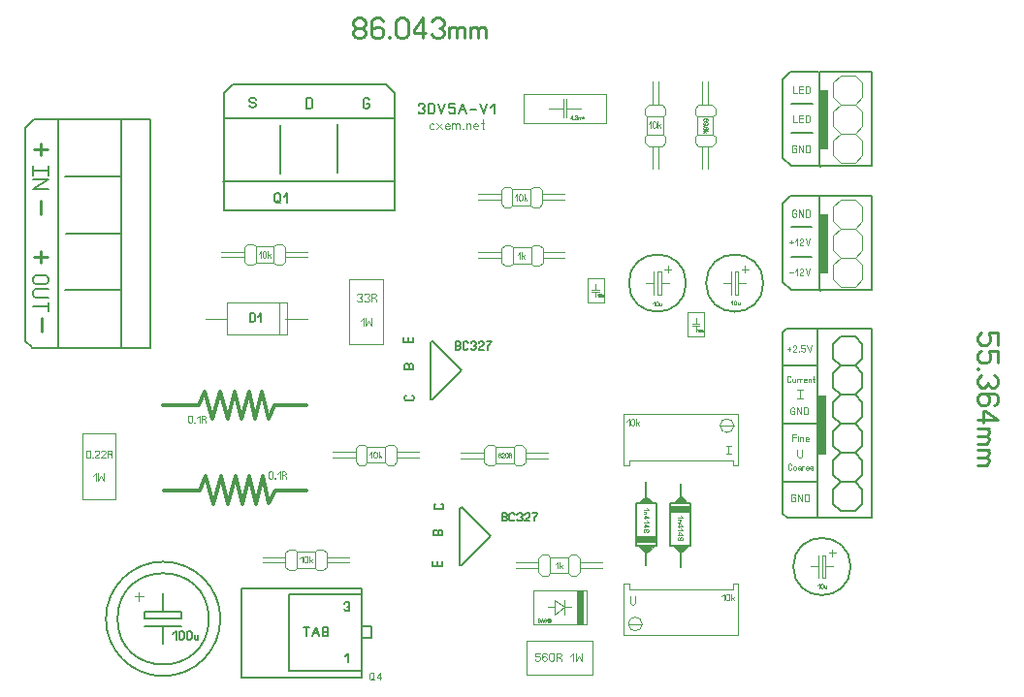
<source format=gbr>
%FSLAX34Y34*%
%MOMM*%
%LNSILK_TOP*%
G71*
G01*
%ADD10C, 0.10*%
%ADD11C, 0.20*%
%ADD12C, 0.00*%
%ADD13C, 0.22*%
%ADD14C, 0.09*%
%ADD15C, 0.16*%
%ADD16C, 0.04*%
%ADD17C, 0.07*%
%ADD18C, 0.14*%
%ADD19C, 0.13*%
%ADD20C, 0.08*%
%ADD21C, 0.11*%
%ADD22C, 0.17*%
%ADD23C, 0.24*%
%ADD24C, 0.30*%
%ADD25C, 0.06*%
%ADD26C, 0.02*%
%ADD27C, 0.03*%
%LPD*%
G54D10*
X1493764Y349346D02*
X1496764Y349346D01*
X1496764Y369346D01*
X1493764Y369346D01*
X1493764Y349346D01*
G54D10*
X1503764Y359346D02*
X1496764Y359346D01*
G54D10*
X1490764Y369346D02*
X1490764Y349346D01*
G54D10*
X1490764Y359346D02*
X1483764Y359346D01*
G54D10*
X1505764Y371346D02*
X1499764Y371346D01*
G54D10*
X1502764Y374346D02*
X1502764Y368346D01*
G54D11*
G75*
G01X1518763Y359346D02*
G03X1518763Y359346I-25000J0D01*
G01*
G54D11*
X1504607Y130000D02*
X1504607Y167306D01*
X1522863Y167306D01*
X1522863Y130000D01*
X1504607Y130000D01*
G54D10*
X1513338Y171275D02*
X1509370Y167306D01*
G54D10*
X1519689Y129206D02*
X1515720Y125238D01*
G54D10*
X1508570Y129206D02*
X1512539Y125237D01*
G54D10*
X1514920Y171275D02*
X1518888Y167306D01*
G36*
X1504632Y163394D02*
X1522832Y163394D01*
X1522832Y159394D01*
X1504632Y159394D01*
X1504632Y163394D01*
G37*
G54D12*
X1504632Y163394D02*
X1522832Y163394D01*
X1522832Y159394D01*
X1504632Y159394D01*
X1504632Y163394D01*
G54D11*
X1504632Y159394D02*
X1504632Y163394D01*
X1522832Y163394D01*
X1522832Y159394D01*
X1504632Y159394D01*
G54D11*
X1514132Y172069D02*
X1514132Y183975D01*
G54D11*
X1514132Y124444D02*
X1514132Y110950D01*
G54D10*
X1520482Y130000D02*
X1507782Y130000D01*
X1514132Y123650D01*
X1520482Y130000D01*
G36*
X1507732Y129994D02*
X1514132Y123594D01*
X1520432Y129994D01*
X1507732Y129994D01*
G37*
G54D12*
X1507732Y129994D02*
X1514132Y123594D01*
X1520432Y129994D01*
X1507732Y129994D01*
G54D10*
X1520432Y129994D02*
X1507732Y129994D01*
X1514132Y123594D01*
X1520432Y129994D01*
G36*
X1507732Y167494D02*
X1514132Y173794D01*
X1520432Y167494D01*
X1507732Y167494D01*
G37*
G54D12*
X1507732Y167494D02*
X1514132Y173794D01*
X1520432Y167494D01*
X1507732Y167494D01*
G54D10*
X1520432Y167494D02*
X1507732Y167494D01*
X1514132Y173794D01*
X1520432Y167494D01*
G54D11*
X1493108Y166826D02*
X1493108Y129520D01*
X1474852Y129520D01*
X1474852Y166826D01*
X1493108Y166826D01*
G54D10*
X1484377Y125551D02*
X1488346Y129520D01*
G54D10*
X1478027Y167620D02*
X1481996Y171588D01*
G54D10*
X1489146Y167620D02*
X1485177Y171589D01*
G54D10*
X1482795Y125551D02*
X1478827Y129520D01*
G36*
X1493083Y133432D02*
X1474883Y133432D01*
X1474883Y137432D01*
X1493083Y137432D01*
X1493083Y133432D01*
G37*
G54D12*
X1493083Y133432D02*
X1474883Y133432D01*
X1474883Y137432D01*
X1493083Y137432D01*
X1493083Y133432D01*
G54D11*
X1493083Y137432D02*
X1493083Y133432D01*
X1474883Y133432D01*
X1474883Y137432D01*
X1493083Y137432D01*
G54D11*
X1483583Y124757D02*
X1483583Y112851D01*
G54D11*
X1483583Y172382D02*
X1483583Y185876D01*
G54D10*
X1477233Y166826D02*
X1489933Y166826D01*
X1483583Y173176D01*
X1477233Y166826D01*
G36*
X1489983Y166832D02*
X1483583Y173232D01*
X1477283Y166832D01*
X1489983Y166832D01*
G37*
G54D12*
X1489983Y166832D02*
X1483583Y173232D01*
X1477283Y166832D01*
X1489983Y166832D01*
G54D10*
X1477283Y166832D02*
X1489983Y166832D01*
X1483583Y173232D01*
X1477283Y166832D01*
G36*
X1489983Y129332D02*
X1483583Y123032D01*
X1477283Y129332D01*
X1489983Y129332D01*
G37*
G54D12*
X1489983Y129332D02*
X1483583Y123032D01*
X1477283Y129332D01*
X1489983Y129332D01*
G54D10*
X1477283Y129332D02*
X1489983Y129332D01*
X1483583Y123032D01*
X1477283Y129332D01*
G54D10*
X1564483Y51611D02*
X1464483Y51611D01*
X1464483Y96611D01*
X1469482Y96611D01*
X1469482Y91611D01*
X1559483Y91611D01*
X1559482Y96611D01*
X1564482Y96611D01*
X1564483Y51611D01*
G54D10*
G75*
G01X1480441Y61605D02*
G03X1480441Y61605I-6000J0D01*
G01*
G54D10*
X1468451Y61611D02*
X1480117Y61611D01*
G54D10*
X1357503Y377551D02*
X1357503Y389551D01*
X1360503Y392551D01*
X1365503Y392551D01*
X1367503Y390551D01*
X1383503Y390551D01*
X1385503Y392551D01*
X1390503Y392551D01*
X1393503Y389551D01*
X1393503Y377551D01*
X1390503Y374551D01*
X1385503Y374551D01*
X1383503Y376551D01*
X1367503Y376551D01*
X1365503Y374551D01*
X1360503Y374551D01*
X1357503Y377551D01*
G54D10*
X1367503Y390551D02*
X1367503Y376551D01*
G54D10*
X1383503Y390551D02*
X1383503Y376551D01*
G54D10*
X1393503Y386051D02*
X1412909Y386051D01*
G54D10*
X1412909Y381051D02*
X1393503Y381051D01*
G54D10*
X1337303Y386051D02*
X1357503Y386051D01*
G54D10*
X1337303Y381051D02*
X1357503Y381051D01*
G54D10*
X1168987Y111645D02*
X1168988Y123645D01*
X1171987Y126645D01*
X1176987Y126645D01*
X1178987Y124645D01*
X1194988Y124645D01*
X1196987Y126645D01*
X1201987Y126645D01*
X1204988Y123645D01*
X1204988Y111645D01*
X1201987Y108645D01*
X1196987Y108645D01*
X1194987Y110645D01*
X1178987Y110645D01*
X1176988Y108645D01*
X1171987Y108645D01*
X1168987Y111645D01*
G54D10*
X1178987Y124645D02*
X1178987Y110645D01*
G54D10*
X1194988Y124645D02*
X1194987Y110645D01*
G54D10*
X1204987Y120145D02*
X1224394Y120145D01*
G54D10*
X1224394Y115145D02*
X1204988Y115145D01*
G54D10*
X1148787Y120145D02*
X1168988Y120145D01*
G54D10*
X1148787Y115145D02*
X1168987Y115145D01*
G54D10*
X1132872Y378345D02*
X1132872Y390345D01*
X1135872Y393345D01*
X1140872Y393345D01*
X1142872Y391345D01*
X1158872Y391345D01*
X1160872Y393345D01*
X1165872Y393345D01*
X1168872Y390345D01*
X1168872Y378345D01*
X1165872Y375345D01*
X1160872Y375345D01*
X1158872Y377345D01*
X1142872Y377345D01*
X1140872Y375345D01*
X1135872Y375345D01*
X1132872Y378345D01*
G54D10*
X1142872Y391345D02*
X1142872Y377345D01*
G54D10*
X1158872Y391345D02*
X1158872Y377345D01*
G54D10*
X1168872Y386845D02*
X1188278Y386845D01*
G54D10*
X1188278Y381845D02*
X1168872Y381845D01*
G54D10*
X1112672Y386845D02*
X1132872Y386845D01*
G54D10*
X1112672Y381845D02*
X1132872Y381845D01*
G54D10*
X1170291Y342047D02*
X1118191Y342047D01*
X1118191Y314647D01*
X1170291Y314647D01*
X1170291Y342047D01*
G54D10*
X1163891Y314647D02*
X1163891Y342047D01*
G54D10*
X1099191Y328347D02*
X1118241Y328347D01*
G54D10*
X1188091Y328346D02*
X1169041Y328347D01*
G54D10*
X1020783Y170705D02*
X1020783Y228105D01*
X991383Y228105D01*
X991383Y170705D01*
X1020783Y170705D01*
G54D13*
X1237645Y583261D02*
X1234978Y582150D01*
X1232312Y582150D01*
X1229645Y583261D01*
X1228312Y585484D01*
X1228312Y587706D01*
X1229645Y589928D01*
X1232312Y591039D01*
X1234978Y591039D01*
X1237645Y589928D01*
X1238978Y587706D01*
X1238978Y585484D01*
X1237645Y583261D01*
G54D13*
X1234978Y582150D02*
X1237645Y581039D01*
X1238978Y578817D01*
X1238978Y576595D01*
X1237645Y574373D01*
X1234978Y573261D01*
X1232312Y573261D01*
X1229645Y574373D01*
X1228312Y576595D01*
X1228312Y578817D01*
X1229645Y581039D01*
X1232312Y582150D01*
G54D13*
X1254534Y587706D02*
X1253201Y589928D01*
X1250534Y591039D01*
X1247868Y591039D01*
X1245201Y589928D01*
X1243868Y587706D01*
X1243868Y582150D01*
X1243868Y581039D01*
X1247868Y583261D01*
X1250534Y583261D01*
X1253201Y582150D01*
X1254534Y579928D01*
X1254534Y576595D01*
X1253201Y574373D01*
X1250534Y573261D01*
X1247868Y573261D01*
X1245201Y574373D01*
X1243868Y576595D01*
X1243868Y582150D01*
G54D13*
X1259424Y574150D02*
X1259424Y573261D01*
X1260490Y573261D01*
X1260490Y574150D01*
X1259424Y574150D01*
G54D13*
X1274713Y589928D02*
X1276046Y587706D01*
X1276046Y576595D01*
X1274713Y574373D01*
X1272046Y573261D01*
X1269380Y573261D01*
X1266713Y574373D01*
X1265380Y576595D01*
X1265380Y587706D01*
X1266713Y589928D01*
X1269380Y591039D01*
X1272046Y591039D01*
X1274713Y589928D01*
G54D13*
X1288936Y573261D02*
X1288936Y591039D01*
X1280936Y579928D01*
X1280936Y577706D01*
X1291602Y577706D01*
G54D13*
X1296492Y587706D02*
X1297825Y589928D01*
X1300492Y591039D01*
X1303158Y591039D01*
X1305825Y589928D01*
X1307158Y587706D01*
X1307158Y585484D01*
X1305825Y583261D01*
X1303158Y582150D01*
X1305825Y581039D01*
X1307158Y578817D01*
X1307158Y576595D01*
X1305825Y574373D01*
X1303158Y573261D01*
X1300492Y573261D01*
X1297825Y574373D01*
X1296492Y576595D01*
G54D13*
X1312048Y573261D02*
X1312048Y583261D01*
G54D13*
X1312048Y581484D02*
X1314714Y583261D01*
X1317381Y582595D01*
X1318714Y581039D01*
X1318714Y573261D01*
G54D13*
X1318714Y581484D02*
X1321381Y583261D01*
X1324048Y582595D01*
X1325381Y581039D01*
X1325381Y573261D01*
G54D13*
X1330270Y573261D02*
X1330270Y583261D01*
G54D13*
X1330270Y581484D02*
X1332936Y583261D01*
X1335603Y582595D01*
X1336936Y581039D01*
X1336936Y573261D01*
G54D13*
X1336936Y581484D02*
X1339603Y583261D01*
X1342270Y582595D01*
X1343603Y581039D01*
X1343603Y573261D01*
G54D13*
X1791223Y305197D02*
X1791223Y315863D01*
X1783445Y315863D01*
X1783445Y314530D01*
X1784556Y311863D01*
X1784556Y309197D01*
X1783445Y306530D01*
X1781223Y305197D01*
X1776779Y305197D01*
X1774556Y306530D01*
X1773445Y309197D01*
X1773445Y311863D01*
X1774556Y314530D01*
X1776779Y315863D01*
G54D13*
X1791223Y289641D02*
X1791223Y300307D01*
X1783445Y300307D01*
X1783445Y298974D01*
X1784556Y296307D01*
X1784556Y293641D01*
X1783445Y290974D01*
X1781223Y289641D01*
X1776779Y289641D01*
X1774556Y290974D01*
X1773445Y293641D01*
X1773445Y296307D01*
X1774556Y298974D01*
X1776779Y300307D01*
G54D13*
X1774334Y284751D02*
X1773445Y284751D01*
X1773445Y283685D01*
X1774334Y283685D01*
X1774334Y284751D01*
G54D13*
X1787890Y278795D02*
X1790112Y277462D01*
X1791223Y274795D01*
X1791223Y272129D01*
X1790112Y269462D01*
X1787890Y268129D01*
X1785667Y268129D01*
X1783445Y269462D01*
X1782334Y272129D01*
X1781223Y269462D01*
X1779001Y268129D01*
X1776779Y268129D01*
X1774556Y269462D01*
X1773445Y272129D01*
X1773445Y274795D01*
X1774556Y277462D01*
X1776779Y278795D01*
G54D13*
X1787890Y252573D02*
X1790112Y253906D01*
X1791223Y256573D01*
X1791223Y259239D01*
X1790112Y261906D01*
X1787890Y263239D01*
X1782334Y263239D01*
X1781223Y263239D01*
X1783445Y259239D01*
X1783445Y256573D01*
X1782334Y253906D01*
X1780112Y252573D01*
X1776779Y252573D01*
X1774556Y253906D01*
X1773445Y256573D01*
X1773445Y259239D01*
X1774556Y261906D01*
X1776779Y263239D01*
X1782334Y263239D01*
G54D13*
X1773445Y239683D02*
X1791223Y239683D01*
X1780112Y247683D01*
X1777889Y247683D01*
X1777889Y237017D01*
G54D13*
X1773445Y232127D02*
X1783445Y232127D01*
G54D13*
X1781667Y232127D02*
X1783445Y229461D01*
X1782779Y226794D01*
X1781223Y225461D01*
X1773445Y225461D01*
G54D13*
X1781667Y225461D02*
X1783445Y222794D01*
X1782779Y220127D01*
X1781223Y218794D01*
X1773445Y218794D01*
G54D13*
X1773445Y213905D02*
X1783445Y213905D01*
G54D13*
X1781667Y213905D02*
X1783445Y211239D01*
X1782779Y208572D01*
X1781223Y207239D01*
X1773445Y207239D01*
G54D13*
X1781667Y207239D02*
X1783445Y204572D01*
X1782779Y201905D01*
X1781223Y200572D01*
X1773445Y200572D01*
G54D10*
X1561233Y349346D02*
X1564233Y349346D01*
X1564233Y369346D01*
X1561233Y369346D01*
X1561233Y349346D01*
G54D10*
X1571233Y359346D02*
X1564233Y359346D01*
G54D10*
X1558233Y369346D02*
X1558233Y349346D01*
G54D10*
X1558233Y359346D02*
X1551233Y359346D01*
G54D10*
X1573233Y371346D02*
X1567233Y371346D01*
G54D10*
X1570233Y374346D02*
X1570233Y368346D01*
G54D11*
G75*
G01X1586233Y359346D02*
G03X1586233Y359346I-25000J0D01*
G01*
G54D14*
X1553712Y217058D02*
X1557979Y217058D01*
G54D14*
X1555845Y217058D02*
X1555845Y209947D01*
G54D14*
X1553712Y209947D02*
X1557979Y209947D01*
G54D14*
X1474414Y85489D02*
X1474414Y79711D01*
X1473880Y78822D01*
X1472814Y78377D01*
X1471747Y78377D01*
X1470680Y78822D01*
X1470147Y79711D01*
X1470147Y85489D01*
G54D11*
X1115218Y503430D02*
X1115218Y525242D01*
X1122783Y532807D01*
X1256927Y532807D01*
X1264467Y525266D01*
X1264467Y503453D01*
X1264443Y503429D01*
X1115218Y503430D01*
X1115218Y423261D01*
X1264444Y423262D01*
X1264443Y503429D01*
G54D11*
X1114424Y448662D02*
X1264444Y448662D01*
X1264444Y448662D01*
X1114424Y448662D01*
X1114424Y448662D01*
G54D11*
X1214437Y455805D02*
X1214437Y497873D01*
X1214437Y455805D01*
X1214437Y455805D01*
G54D11*
X1214437Y497873D02*
X1214437Y497873D01*
G54D11*
X1164430Y455011D02*
X1164430Y497080D01*
X1164430Y455011D01*
X1164430Y455011D01*
G54D11*
X1164430Y497080D02*
X1164430Y497080D01*
G54D15*
X1239576Y516216D02*
X1242243Y516216D01*
X1242243Y513439D01*
X1241576Y512327D01*
X1240243Y511772D01*
X1238909Y511772D01*
X1237576Y512327D01*
X1236909Y513439D01*
X1236909Y518994D01*
X1237576Y520105D01*
X1238909Y520661D01*
X1240243Y520661D01*
X1241576Y520105D01*
X1242243Y518994D01*
G54D15*
X1190633Y511771D02*
X1187300Y511772D01*
X1187299Y520661D01*
X1190633Y520661D01*
X1191966Y520105D01*
X1192633Y518994D01*
X1192633Y513439D01*
X1191966Y512327D01*
X1190633Y511771D01*
G54D15*
X1137690Y514232D02*
X1138357Y513121D01*
X1139690Y512566D01*
X1141023Y512566D01*
X1142357Y513121D01*
X1143023Y514232D01*
X1143023Y515343D01*
X1142357Y516455D01*
X1141023Y517010D01*
X1139690Y517010D01*
X1138357Y517566D01*
X1137690Y518677D01*
X1137690Y519788D01*
X1138357Y520899D01*
X1139690Y521455D01*
X1141023Y521455D01*
X1142357Y520899D01*
X1143023Y519788D01*
G54D10*
X1485787Y515058D02*
X1497788Y515057D01*
X1500788Y512058D01*
X1500787Y507058D01*
X1498788Y505058D01*
X1498788Y489057D01*
X1500787Y487058D01*
X1500788Y482058D01*
X1497788Y479057D01*
X1485788Y479057D01*
X1482788Y482058D01*
X1482787Y487058D01*
X1484788Y489058D01*
X1484788Y505058D01*
X1482788Y507057D01*
X1482787Y512058D01*
X1485787Y515058D01*
G54D10*
X1498788Y505058D02*
X1484788Y505058D01*
G54D10*
X1498788Y489057D02*
X1484788Y489058D01*
G54D10*
X1494287Y479058D02*
X1494288Y459651D01*
G54D10*
X1489287Y459651D02*
X1489287Y479057D01*
G54D10*
X1494287Y535258D02*
X1494288Y515057D01*
G54D10*
X1489287Y535258D02*
X1489288Y515058D01*
G54D16*
X1418936Y502221D02*
X1418936Y505776D01*
X1417336Y503554D01*
X1417336Y503110D01*
X1419470Y503110D01*
G54D16*
X1420447Y502399D02*
X1420447Y502221D01*
X1420661Y502221D01*
X1420661Y502399D01*
X1420447Y502399D01*
G54D16*
X1421638Y505110D02*
X1421905Y505554D01*
X1422438Y505776D01*
X1422972Y505776D01*
X1423505Y505554D01*
X1423772Y505110D01*
X1423772Y504665D01*
X1423505Y504221D01*
X1422972Y503999D01*
X1423505Y503776D01*
X1423772Y503332D01*
X1423772Y502888D01*
X1423505Y502443D01*
X1422972Y502221D01*
X1422438Y502221D01*
X1421905Y502443D01*
X1421638Y502888D01*
G54D16*
X1424749Y502221D02*
X1424749Y504221D01*
G54D16*
X1424749Y503776D02*
X1425016Y504088D01*
X1425549Y504221D01*
X1426083Y504088D01*
X1426349Y503776D01*
X1426349Y502221D01*
G54D16*
X1427327Y503776D02*
X1429461Y503776D01*
G54D16*
X1428394Y504665D02*
X1428394Y502888D01*
G54D16*
X1427594Y504443D02*
X1429194Y503110D01*
G54D16*
X1427594Y503110D02*
X1429194Y504443D01*
G54D10*
X1357075Y428355D02*
X1357075Y440355D01*
X1360075Y443355D01*
X1365075Y443355D01*
X1367075Y441355D01*
X1383076Y441355D01*
X1385075Y443355D01*
X1390075Y443355D01*
X1393075Y440355D01*
X1393075Y428355D01*
X1390075Y425355D01*
X1385075Y425355D01*
X1383075Y427355D01*
X1367075Y427355D01*
X1365075Y425355D01*
X1360075Y425355D01*
X1357075Y428355D01*
G54D10*
X1367075Y441355D02*
X1367075Y427355D01*
G54D10*
X1383076Y441355D02*
X1383075Y427355D01*
G54D10*
X1393075Y436855D02*
X1412481Y436855D01*
G54D10*
X1412481Y431855D02*
X1393075Y431855D01*
G54D10*
X1336875Y436855D02*
X1357075Y436855D01*
G54D10*
X1336875Y431855D02*
X1357075Y431855D01*
G54D17*
X1369315Y434910D02*
X1371315Y436910D01*
X1371315Y431577D01*
G54D17*
X1375581Y436577D02*
X1375981Y435910D01*
X1375981Y432577D01*
X1375581Y431910D01*
X1374781Y431577D01*
X1373981Y431577D01*
X1373181Y431910D01*
X1372781Y432577D01*
X1372781Y435910D01*
X1373181Y436577D01*
X1373981Y436910D01*
X1374781Y436910D01*
X1375581Y436577D01*
G54D17*
X1377449Y431577D02*
X1377449Y436910D01*
G54D17*
X1378649Y433577D02*
X1379849Y431577D01*
G54D17*
X1377449Y432910D02*
X1379849Y434577D01*
G54D17*
X1371696Y384111D02*
X1373696Y386111D01*
X1373696Y380777D01*
G54D17*
X1375163Y380777D02*
X1375163Y386111D01*
G54D17*
X1376363Y382777D02*
X1377563Y380777D01*
G54D17*
X1375163Y382111D02*
X1377563Y383777D01*
G54D17*
X1145477Y384904D02*
X1147477Y386904D01*
X1147477Y381571D01*
G54D17*
X1151744Y386571D02*
X1152144Y385904D01*
X1152144Y382571D01*
X1151744Y381904D01*
X1150944Y381571D01*
X1150144Y381571D01*
X1149344Y381904D01*
X1148944Y382571D01*
X1148944Y385904D01*
X1149344Y386571D01*
X1150144Y386904D01*
X1150944Y386904D01*
X1151744Y386571D01*
G54D17*
X1153611Y381571D02*
X1153611Y386904D01*
G54D17*
X1154811Y383571D02*
X1156011Y381571D01*
G54D17*
X1153611Y382904D02*
X1156011Y384571D01*
G54D10*
X1637380Y101748D02*
X1640380Y101748D01*
X1640380Y121748D01*
X1637380Y121748D01*
X1637380Y101748D01*
G54D10*
X1647380Y111748D02*
X1640380Y111748D01*
G54D10*
X1634380Y121748D02*
X1634380Y101748D01*
G54D10*
X1634380Y111748D02*
X1627380Y111748D01*
G54D10*
X1649380Y123748D02*
X1643380Y123748D01*
G54D10*
X1646380Y126748D02*
X1646380Y120748D01*
G54D11*
G75*
G01X1662380Y111749D02*
G03X1662380Y111749I-25000J0D01*
G01*
G54D10*
X1448771Y524843D02*
X1377171Y524843D01*
X1377171Y499443D01*
X1448771Y499443D01*
X1448771Y524843D01*
G54D10*
X1411371Y520143D02*
X1411371Y504143D01*
G54D10*
X1414571Y520143D02*
X1414571Y504143D01*
G54D10*
X1398671Y512143D02*
X1411371Y512143D01*
G54D10*
X1414571Y512143D02*
X1427271Y512143D01*
G54D11*
X1295937Y258026D02*
X1295937Y307426D01*
X1297137Y308626D01*
X1322537Y283225D01*
X1297137Y257826D01*
G54D18*
X1272623Y287139D02*
X1272623Y284140D01*
X1280623Y284140D01*
X1280623Y287139D01*
X1280123Y288340D01*
X1279123Y288940D01*
X1278123Y288940D01*
X1277123Y288340D01*
X1276623Y287140D01*
X1276123Y288340D01*
X1275123Y288940D01*
X1274123Y288940D01*
X1273123Y288340D01*
X1272623Y287139D01*
G54D18*
X1276623Y284140D02*
X1276623Y287140D01*
G54D18*
X1272226Y312158D02*
X1272226Y307958D01*
X1280226Y307958D01*
X1280226Y312158D01*
G54D18*
X1276226Y307958D02*
X1276226Y312158D01*
G54D18*
X1274529Y261349D02*
X1273529Y260749D01*
X1273029Y259549D01*
X1273029Y258349D01*
X1273529Y257149D01*
X1274529Y256549D01*
X1279529Y256549D01*
X1280529Y257149D01*
X1281029Y258349D01*
X1281029Y259549D01*
X1280529Y260749D01*
X1279529Y261349D01*
G54D19*
X1320017Y301139D02*
X1317351Y301139D01*
X1317351Y308250D01*
X1320017Y308250D01*
X1321084Y307805D01*
X1321617Y306917D01*
X1321617Y306028D01*
X1321084Y305139D01*
X1320017Y304694D01*
X1321084Y304250D01*
X1321617Y303361D01*
X1321617Y302472D01*
X1321084Y301583D01*
X1320017Y301139D01*
G54D19*
X1317351Y304694D02*
X1320017Y304694D01*
G54D19*
X1328373Y302472D02*
X1327840Y301583D01*
X1326773Y301139D01*
X1325707Y301139D01*
X1324640Y301583D01*
X1324107Y302472D01*
X1324107Y306917D01*
X1324640Y307805D01*
X1325707Y308250D01*
X1326773Y308250D01*
X1327840Y307805D01*
X1328373Y306917D01*
G54D19*
X1330863Y306917D02*
X1331396Y307805D01*
X1332463Y308250D01*
X1333529Y308250D01*
X1334596Y307805D01*
X1335129Y306917D01*
X1335129Y306028D01*
X1334596Y305139D01*
X1333529Y304694D01*
X1334596Y304250D01*
X1335129Y303361D01*
X1335129Y302472D01*
X1334596Y301583D01*
X1333529Y301139D01*
X1332463Y301139D01*
X1331396Y301583D01*
X1330863Y302472D01*
G54D19*
X1341885Y301139D02*
X1337619Y301139D01*
X1337619Y301583D01*
X1338152Y302472D01*
X1341352Y305139D01*
X1341885Y306028D01*
X1341885Y306917D01*
X1341352Y307805D01*
X1340285Y308250D01*
X1339219Y308250D01*
X1338152Y307805D01*
X1337619Y306917D01*
G54D19*
X1344375Y308250D02*
X1348641Y308250D01*
X1348108Y307361D01*
X1347041Y306028D01*
X1345975Y304250D01*
X1345441Y302917D01*
X1345441Y301139D01*
G54D11*
X1321337Y112769D02*
X1321337Y162169D01*
X1322537Y163369D01*
X1347937Y137969D01*
X1322537Y112569D01*
G54D18*
X1298023Y141883D02*
X1298023Y138883D01*
X1306023Y138883D01*
X1306023Y141883D01*
X1305523Y143083D01*
X1304523Y143683D01*
X1303523Y143683D01*
X1302523Y143083D01*
X1302023Y141883D01*
X1301523Y143083D01*
X1300523Y143683D01*
X1299523Y143684D01*
X1298523Y143083D01*
X1298023Y141883D01*
G54D18*
X1302023Y138883D02*
X1302023Y141883D01*
G54D18*
X1297626Y116499D02*
X1297626Y112299D01*
X1305626Y112299D01*
X1305626Y116499D01*
G54D18*
X1301626Y112299D02*
X1301626Y116499D01*
G54D18*
X1300326Y166496D02*
X1299326Y165896D01*
X1298826Y164696D01*
X1298826Y163496D01*
X1299326Y162296D01*
X1300326Y161696D01*
X1305326Y161696D01*
X1306326Y162296D01*
X1306826Y163496D01*
X1306826Y164696D01*
X1306326Y165896D01*
X1305326Y166496D01*
G54D19*
X1360574Y151502D02*
X1357907Y151502D01*
X1357907Y158613D01*
X1360574Y158613D01*
X1361640Y158168D01*
X1362174Y157279D01*
X1362174Y156391D01*
X1361640Y155502D01*
X1360574Y155057D01*
X1361640Y154613D01*
X1362174Y153724D01*
X1362174Y152835D01*
X1361640Y151946D01*
X1360574Y151502D01*
G54D19*
X1357907Y155057D02*
X1360574Y155057D01*
G54D19*
X1368930Y152835D02*
X1368396Y151946D01*
X1367330Y151502D01*
X1366263Y151502D01*
X1365196Y151946D01*
X1364663Y152835D01*
X1364663Y157279D01*
X1365196Y158168D01*
X1366263Y158613D01*
X1367330Y158613D01*
X1368396Y158168D01*
X1368930Y157279D01*
G54D19*
X1371419Y157279D02*
X1371952Y158168D01*
X1373019Y158613D01*
X1374086Y158613D01*
X1375152Y158168D01*
X1375686Y157279D01*
X1375686Y156391D01*
X1375152Y155502D01*
X1374086Y155057D01*
X1375152Y154613D01*
X1375686Y153724D01*
X1375686Y152835D01*
X1375152Y151946D01*
X1374086Y151502D01*
X1373019Y151502D01*
X1371952Y151946D01*
X1371419Y152835D01*
G54D19*
X1382442Y151502D02*
X1378175Y151502D01*
X1378175Y151946D01*
X1378708Y152835D01*
X1381908Y155502D01*
X1382442Y156391D01*
X1382442Y157279D01*
X1381908Y158168D01*
X1380842Y158613D01*
X1379775Y158613D01*
X1378708Y158168D01*
X1378175Y157279D01*
G54D19*
X1384931Y158613D02*
X1389198Y158613D01*
X1388664Y157724D01*
X1387598Y156391D01*
X1386531Y154613D01*
X1385998Y153279D01*
X1385998Y151502D01*
G54D17*
X1485996Y498410D02*
X1487996Y500410D01*
X1487996Y495077D01*
G54D17*
X1492263Y500077D02*
X1492663Y499410D01*
X1492663Y496077D01*
X1492263Y495410D01*
X1491463Y495077D01*
X1490663Y495077D01*
X1489863Y495410D01*
X1489463Y496077D01*
X1489463Y499410D01*
X1489863Y500077D01*
X1490663Y500410D01*
X1491463Y500410D01*
X1492263Y500077D01*
G54D17*
X1494130Y495077D02*
X1494130Y500410D01*
G54D17*
X1495330Y497077D02*
X1496530Y495077D01*
G54D17*
X1494130Y496410D02*
X1496530Y498077D01*
G54D16*
X1356497Y209343D02*
X1355963Y209121D01*
X1355430Y209121D01*
X1354897Y209343D01*
X1354630Y209787D01*
X1354630Y210232D01*
X1354897Y210676D01*
X1355430Y210898D01*
X1355963Y210898D01*
X1356497Y210676D01*
X1356763Y210232D01*
X1356763Y209787D01*
X1356497Y209343D01*
G54D16*
X1355963Y209121D02*
X1356497Y208898D01*
X1356763Y208454D01*
X1356763Y208009D01*
X1356497Y207565D01*
X1355963Y207343D01*
X1355430Y207343D01*
X1354897Y207565D01*
X1354630Y208009D01*
X1354630Y208454D01*
X1354897Y208898D01*
X1355430Y209121D01*
G54D16*
X1359874Y207343D02*
X1357741Y207343D01*
X1357741Y207565D01*
X1358008Y208009D01*
X1359608Y209343D01*
X1359874Y209787D01*
X1359874Y210232D01*
X1359608Y210676D01*
X1359075Y210898D01*
X1358541Y210898D01*
X1358008Y210676D01*
X1357741Y210232D01*
G54D16*
X1362719Y210676D02*
X1362985Y210232D01*
X1362985Y208009D01*
X1362719Y207565D01*
X1362185Y207343D01*
X1361652Y207343D01*
X1361119Y207565D01*
X1360852Y208009D01*
X1360852Y210232D01*
X1361119Y210676D01*
X1361652Y210898D01*
X1362185Y210898D01*
X1362719Y210676D01*
G54D16*
X1365030Y209121D02*
X1365830Y208676D01*
X1366096Y208232D01*
X1366096Y207343D01*
G54D16*
X1363963Y207343D02*
X1363963Y210898D01*
X1365296Y210898D01*
X1365830Y210676D01*
X1366096Y210232D01*
X1366096Y209787D01*
X1365830Y209343D01*
X1365296Y209121D01*
X1363963Y209121D01*
G54D14*
X1391044Y36257D02*
X1386777Y36257D01*
X1386777Y33146D01*
X1387310Y33146D01*
X1388377Y33590D01*
X1389444Y33590D01*
X1390510Y33146D01*
X1391044Y32257D01*
X1391044Y30479D01*
X1390510Y29590D01*
X1389444Y29146D01*
X1388377Y29146D01*
X1387310Y29590D01*
X1386777Y30479D01*
G54D14*
X1397267Y34924D02*
X1396733Y35813D01*
X1395667Y36257D01*
X1394600Y36257D01*
X1393533Y35813D01*
X1393000Y34924D01*
X1393000Y32701D01*
X1393000Y32257D01*
X1394600Y33146D01*
X1395667Y33146D01*
X1396733Y32701D01*
X1397267Y31813D01*
X1397267Y30479D01*
X1396733Y29590D01*
X1395667Y29146D01*
X1394600Y29146D01*
X1393533Y29590D01*
X1393000Y30479D01*
X1393000Y32701D01*
G54D14*
X1402956Y35813D02*
X1403490Y34924D01*
X1403490Y30479D01*
X1402956Y29590D01*
X1401890Y29146D01*
X1400823Y29146D01*
X1399756Y29590D01*
X1399223Y30479D01*
X1399223Y34924D01*
X1399756Y35813D01*
X1400823Y36257D01*
X1401890Y36257D01*
X1402956Y35813D01*
G54D14*
X1407579Y32701D02*
X1409179Y31813D01*
X1409713Y30924D01*
X1409713Y29146D01*
G54D14*
X1405446Y29146D02*
X1405446Y36257D01*
X1408113Y36257D01*
X1409179Y35813D01*
X1409713Y34924D01*
X1409713Y34035D01*
X1409179Y33146D01*
X1408113Y32701D01*
X1405446Y32701D01*
G54D17*
X1181593Y118601D02*
X1183593Y120601D01*
X1183593Y115268D01*
G54D17*
X1187860Y120268D02*
X1188260Y119601D01*
X1188260Y116268D01*
X1187860Y115601D01*
X1187060Y115268D01*
X1186260Y115268D01*
X1185460Y115601D01*
X1185060Y116268D01*
X1185060Y119601D01*
X1185460Y120268D01*
X1186260Y120601D01*
X1187060Y120601D01*
X1187860Y120268D01*
G54D17*
X1189727Y115268D02*
X1189727Y120601D01*
G54D17*
X1190927Y117268D02*
X1192127Y115268D01*
G54D17*
X1189727Y116601D02*
X1192127Y118268D01*
G54D19*
X1070865Y52640D02*
X1073531Y55307D01*
X1073531Y48196D01*
G54D19*
X1079754Y54863D02*
X1080287Y53974D01*
X1080287Y49529D01*
X1079754Y48640D01*
X1078687Y48196D01*
X1077621Y48196D01*
X1076554Y48640D01*
X1076021Y49529D01*
X1076021Y53974D01*
X1076554Y54863D01*
X1077621Y55307D01*
X1078687Y55307D01*
X1079754Y54863D01*
G54D19*
X1086510Y54863D02*
X1087043Y53974D01*
X1087043Y49529D01*
X1086510Y48640D01*
X1085443Y48196D01*
X1084377Y48196D01*
X1083310Y48640D01*
X1082777Y49529D01*
X1082777Y53974D01*
X1083310Y54863D01*
X1084377Y55307D01*
X1085443Y55307D01*
X1086510Y54863D01*
G54D19*
X1092733Y52196D02*
X1092733Y48196D01*
G54D19*
X1092733Y49085D02*
X1092199Y48374D01*
X1091133Y48196D01*
X1090066Y48374D01*
X1089533Y49085D01*
X1089533Y52196D01*
G54D14*
X1231599Y348852D02*
X1232132Y349741D01*
X1233199Y350185D01*
X1234265Y350185D01*
X1235332Y349741D01*
X1235865Y348852D01*
X1235865Y347963D01*
X1235332Y347074D01*
X1234265Y346629D01*
X1235332Y346185D01*
X1235865Y345296D01*
X1235865Y344407D01*
X1235332Y343519D01*
X1234265Y343074D01*
X1233199Y343074D01*
X1232132Y343519D01*
X1231599Y344407D01*
G54D14*
X1237822Y348852D02*
X1238355Y349741D01*
X1239422Y350185D01*
X1240489Y350185D01*
X1241555Y349741D01*
X1242089Y348852D01*
X1242089Y347963D01*
X1241555Y347074D01*
X1240489Y346629D01*
X1241555Y346185D01*
X1242089Y345296D01*
X1242089Y344407D01*
X1241555Y343519D01*
X1240489Y343074D01*
X1239422Y343074D01*
X1238355Y343519D01*
X1237822Y344407D01*
G54D14*
X1246178Y346629D02*
X1247778Y345741D01*
X1248311Y344852D01*
X1248311Y343074D01*
G54D14*
X1244045Y343074D02*
X1244045Y350185D01*
X1246711Y350185D01*
X1247778Y349741D01*
X1248311Y348852D01*
X1248311Y347963D01*
X1247778Y347074D01*
X1246711Y346629D01*
X1244045Y346629D01*
G54D19*
X1141000Y325611D02*
X1138333Y325611D01*
X1138333Y332723D01*
X1141000Y332723D01*
X1142067Y332278D01*
X1142600Y331389D01*
X1142600Y326945D01*
X1142067Y326056D01*
X1141000Y325611D01*
G54D19*
X1145089Y330056D02*
X1147756Y332723D01*
X1147756Y325611D01*
G54D20*
X998328Y212779D02*
X998795Y212001D01*
X998795Y208113D01*
X998328Y207335D01*
X997395Y206946D01*
X996461Y206946D01*
X995528Y207335D01*
X995061Y208113D01*
X995061Y212001D01*
X995528Y212779D01*
X996461Y213168D01*
X997395Y213168D01*
X998328Y212779D01*
G54D20*
X1000505Y207257D02*
X1000505Y206946D01*
X1000879Y206946D01*
X1000879Y207257D01*
X1000505Y207257D01*
G54D20*
X1006323Y206946D02*
X1002589Y206946D01*
X1002589Y207335D01*
X1003056Y208113D01*
X1005856Y210446D01*
X1006323Y211224D01*
X1006323Y212001D01*
X1005856Y212779D01*
X1004923Y213168D01*
X1003989Y213168D01*
X1003056Y212779D01*
X1002589Y212001D01*
G54D20*
X1011767Y206946D02*
X1008033Y206946D01*
X1008033Y207335D01*
X1008500Y208113D01*
X1011300Y210446D01*
X1011767Y211224D01*
X1011767Y212001D01*
X1011300Y212779D01*
X1010367Y213168D01*
X1009433Y213168D01*
X1008500Y212779D01*
X1008033Y212001D01*
G54D20*
X1015344Y210057D02*
X1016744Y209279D01*
X1017211Y208501D01*
X1017211Y206946D01*
G54D20*
X1013477Y206946D02*
X1013477Y213168D01*
X1015811Y213168D01*
X1016744Y212779D01*
X1017211Y212001D01*
X1017211Y211224D01*
X1016744Y210446D01*
X1015811Y210057D01*
X1013477Y210057D01*
G54D17*
X1466946Y238457D02*
X1468946Y240457D01*
X1468946Y235124D01*
G54D17*
X1473213Y240124D02*
X1473613Y239457D01*
X1473613Y236124D01*
X1473213Y235457D01*
X1472413Y235124D01*
X1471613Y235124D01*
X1470813Y235457D01*
X1470413Y236124D01*
X1470413Y239457D01*
X1470813Y240124D01*
X1471613Y240457D01*
X1472413Y240457D01*
X1473213Y240124D01*
G54D17*
X1475080Y235124D02*
X1475080Y240457D01*
G54D17*
X1476280Y237124D02*
X1477480Y235124D01*
G54D17*
X1475080Y236457D02*
X1477480Y238124D01*
G54D17*
X1549893Y85661D02*
X1551893Y87661D01*
X1551893Y82327D01*
G54D17*
X1556160Y87327D02*
X1556560Y86661D01*
X1556560Y83327D01*
X1556160Y82661D01*
X1555360Y82327D01*
X1554560Y82327D01*
X1553760Y82661D01*
X1553360Y83327D01*
X1553360Y86661D01*
X1553760Y87327D01*
X1554560Y87661D01*
X1555360Y87661D01*
X1556160Y87327D01*
G54D17*
X1558027Y82327D02*
X1558027Y87661D01*
G54D17*
X1559227Y84327D02*
X1560427Y82327D01*
G54D17*
X1558027Y83661D02*
X1560427Y85327D01*
G54D16*
X1536836Y500861D02*
X1537280Y501127D01*
X1537502Y501661D01*
X1537502Y502194D01*
X1537280Y502727D01*
X1536836Y502994D01*
X1535725Y502994D01*
X1535502Y502994D01*
X1535947Y502194D01*
X1535947Y501661D01*
X1535725Y501127D01*
X1535280Y500861D01*
X1534613Y500861D01*
X1534169Y501127D01*
X1533947Y501661D01*
X1533947Y502194D01*
X1534169Y502727D01*
X1534613Y502994D01*
X1535725Y502994D01*
G54D16*
X1534613Y499883D02*
X1534169Y499617D01*
X1533947Y499083D01*
X1533947Y498550D01*
X1534169Y498017D01*
X1534613Y497750D01*
X1535725Y497750D01*
X1535947Y497750D01*
X1535502Y498550D01*
X1535502Y499083D01*
X1535725Y499617D01*
X1536169Y499883D01*
X1536836Y499883D01*
X1537280Y499617D01*
X1537502Y499083D01*
X1537502Y498550D01*
X1537280Y498017D01*
X1536836Y497750D01*
X1535725Y497750D01*
G54D16*
X1534125Y496772D02*
X1533947Y496772D01*
X1533947Y496559D01*
X1534125Y496559D01*
X1534125Y496772D01*
G54D16*
X1535947Y493715D02*
X1535725Y494248D01*
X1535725Y494781D01*
X1535947Y495315D01*
X1536391Y495581D01*
X1536836Y495581D01*
X1537280Y495315D01*
X1537502Y494781D01*
X1537502Y494248D01*
X1537280Y493715D01*
X1536836Y493448D01*
X1536391Y493448D01*
X1535947Y493715D01*
G54D16*
X1535725Y494248D02*
X1535502Y493715D01*
X1535058Y493448D01*
X1534613Y493448D01*
X1534169Y493714D01*
X1533947Y494248D01*
X1533947Y494781D01*
X1534169Y495315D01*
X1534613Y495581D01*
X1535058Y495581D01*
X1535502Y495315D01*
X1535725Y494781D01*
G54D16*
X1533947Y492470D02*
X1537502Y492470D01*
G54D16*
X1535280Y491670D02*
X1533947Y490870D01*
G54D16*
X1534836Y492470D02*
X1535947Y490870D01*
G54D21*
X1244181Y14041D02*
X1246515Y12874D01*
G54D21*
X1245581Y18707D02*
X1246048Y17929D01*
X1246048Y14041D01*
X1245581Y13263D01*
X1244648Y12874D01*
X1243715Y12874D01*
X1242781Y13263D01*
X1242315Y14041D01*
X1242315Y17929D01*
X1242781Y18707D01*
X1243715Y19096D01*
X1244648Y19096D01*
X1245581Y18707D01*
G54D21*
X1251493Y12874D02*
X1251493Y19096D01*
X1248693Y15207D01*
X1248693Y14429D01*
X1252426Y14429D01*
G54D18*
X1161768Y431490D02*
X1164768Y429990D01*
G54D18*
X1163568Y437490D02*
X1164168Y436490D01*
X1164168Y431490D01*
X1163568Y430490D01*
X1162368Y429990D01*
X1161168Y429990D01*
X1159968Y430490D01*
X1159368Y431490D01*
X1159368Y436490D01*
X1159968Y437490D01*
X1161168Y437990D01*
X1162368Y437990D01*
X1163568Y437490D01*
G54D18*
X1167568Y434990D02*
X1170568Y437990D01*
X1170568Y429990D01*
G54D15*
X1285177Y514603D02*
X1285844Y515714D01*
X1287177Y516269D01*
X1288510Y516269D01*
X1289844Y515714D01*
X1290510Y514603D01*
X1290510Y513491D01*
X1289844Y512380D01*
X1288510Y511825D01*
X1289844Y511269D01*
X1290510Y510158D01*
X1290510Y509047D01*
X1289844Y507936D01*
X1288510Y507380D01*
X1287177Y507380D01*
X1285844Y507936D01*
X1285177Y509047D01*
G54D15*
X1298288Y515714D02*
X1298954Y514603D01*
X1298954Y509047D01*
X1298288Y507936D01*
X1296954Y507380D01*
X1295621Y507380D01*
X1294288Y507936D01*
X1293621Y509047D01*
X1293621Y514603D01*
X1294288Y515714D01*
X1295621Y516269D01*
X1296954Y516269D01*
X1298288Y515714D01*
G54D15*
X1302065Y516269D02*
X1305398Y507380D01*
X1308732Y516269D01*
G54D15*
X1317176Y516269D02*
X1311843Y516269D01*
X1311843Y512380D01*
X1312510Y512380D01*
X1313843Y512936D01*
X1315176Y512936D01*
X1316510Y512380D01*
X1317176Y511269D01*
X1317176Y509047D01*
X1316510Y507936D01*
X1315176Y507380D01*
X1313843Y507380D01*
X1312510Y507936D01*
X1311843Y509047D01*
G54D15*
X1320287Y507380D02*
X1323620Y516269D01*
X1326954Y507380D01*
G54D15*
X1321620Y510714D02*
X1325620Y510714D01*
G54D15*
X1330065Y511269D02*
X1335398Y511269D01*
G54D15*
X1338509Y516269D02*
X1341842Y507380D01*
X1345176Y516269D01*
G54D15*
X1348287Y512936D02*
X1351620Y516269D01*
X1351620Y507380D01*
G54D22*
X961431Y359149D02*
X959764Y358149D01*
X951431Y358149D01*
X949764Y359149D01*
X948931Y361149D01*
X948931Y363149D01*
X949764Y365149D01*
X951431Y366149D01*
X959764Y366149D01*
X961431Y365149D01*
X962264Y363149D01*
X962264Y361149D01*
X961431Y359149D01*
G54D22*
X962264Y354482D02*
X951431Y354482D01*
X949764Y353482D01*
X948931Y351482D01*
X948931Y349482D01*
X949764Y347482D01*
X951431Y346482D01*
X962264Y346482D01*
G54D22*
X948931Y338815D02*
X962264Y338815D01*
G54D22*
X962264Y342815D02*
X962264Y334815D01*
G54D22*
X948713Y461406D02*
X948713Y453406D01*
G54D22*
X948713Y457406D02*
X962046Y457406D01*
G54D22*
X962046Y461406D02*
X962047Y453406D01*
G54D22*
X948713Y449739D02*
X962046Y449739D01*
X948713Y441739D01*
X962046Y441739D01*
G54D11*
X970880Y302656D02*
X947678Y302656D01*
X947596Y302739D01*
X947596Y303136D01*
X942040Y308692D01*
X942040Y495223D01*
X949580Y502764D01*
X970799Y502764D01*
X970880Y502682D01*
X970880Y302656D01*
X1051048Y302657D01*
X1051048Y502682D01*
X970880Y502682D01*
G54D11*
X1025648Y352663D02*
X1025648Y502682D01*
X1025648Y502682D01*
X1025648Y352663D01*
X1025648Y352663D01*
G54D11*
X1025251Y452675D02*
X976436Y452675D01*
X1025251Y452675D01*
G54D11*
X1025648Y402669D02*
X977230Y402669D01*
X1025648Y402669D01*
G54D11*
X1025647Y303450D02*
X1025647Y353457D01*
X976832Y353457D01*
G54D23*
X961487Y382335D02*
X949753Y382335D01*
G54D23*
X955620Y387224D02*
X955620Y377446D01*
G54D23*
X956414Y316937D02*
X956414Y328671D01*
G54D23*
X961090Y475997D02*
X949357Y475997D01*
G54D23*
X955223Y480886D02*
X955223Y471109D01*
G54D23*
X955223Y419331D02*
X955223Y431064D01*
G54D10*
X1464482Y244805D02*
X1564482Y244805D01*
X1564482Y199805D01*
X1559482Y199805D01*
X1559482Y204805D01*
X1469482Y204805D01*
X1469482Y199805D01*
X1464482Y199805D01*
X1464482Y244805D01*
G54D10*
G75*
G01X1560523Y234812D02*
G03X1560523Y234812I-6000J0D01*
G01*
G54D10*
X1560513Y234805D02*
X1548848Y234805D01*
G54D10*
X1342422Y202926D02*
X1342422Y214926D01*
X1345422Y217926D01*
X1350422Y217926D01*
X1352422Y215926D01*
X1368422Y215926D01*
X1370422Y217926D01*
X1375422Y217926D01*
X1378422Y214926D01*
X1378422Y202926D01*
X1375422Y199926D01*
X1370422Y199926D01*
X1368422Y201926D01*
X1352422Y201926D01*
X1350422Y199926D01*
X1345422Y199926D01*
X1342422Y202926D01*
G54D10*
X1352422Y215926D02*
X1352422Y201926D01*
G54D10*
X1368422Y215926D02*
X1368422Y201926D01*
G54D10*
X1378422Y211426D02*
X1397828Y211426D01*
G54D10*
X1397828Y206426D02*
X1378422Y206426D01*
G54D10*
X1322221Y211426D02*
X1342422Y211426D01*
G54D10*
X1322222Y206426D02*
X1342422Y206426D01*
G54D17*
X1242315Y209882D02*
X1244315Y211882D01*
X1244315Y206549D01*
G54D17*
X1248581Y211549D02*
X1248981Y210882D01*
X1248981Y207549D01*
X1248581Y206882D01*
X1247781Y206549D01*
X1246981Y206549D01*
X1246181Y206882D01*
X1245781Y207549D01*
X1245781Y210882D01*
X1246181Y211549D01*
X1246981Y211882D01*
X1247781Y211882D01*
X1248581Y211549D01*
G54D17*
X1250449Y206549D02*
X1250449Y211882D01*
G54D17*
X1251649Y208549D02*
X1252849Y206549D01*
G54D17*
X1250449Y207882D02*
X1252849Y209549D01*
G54D10*
X1230106Y203323D02*
X1230107Y215323D01*
X1233106Y218323D01*
X1238106Y218323D01*
X1240106Y216323D01*
X1256107Y216323D01*
X1258106Y218323D01*
X1263106Y218323D01*
X1266107Y215323D01*
X1266107Y203323D01*
X1263106Y200323D01*
X1258106Y200323D01*
X1256106Y202323D01*
X1240106Y202323D01*
X1238107Y200323D01*
X1233106Y200323D01*
X1230106Y203323D01*
G54D10*
X1240106Y216323D02*
X1240106Y202323D01*
G54D10*
X1256107Y216323D02*
X1256106Y202323D01*
G54D10*
X1266106Y211823D02*
X1285513Y211823D01*
G54D10*
X1285513Y206823D02*
X1266107Y206823D01*
G54D10*
X1209906Y211823D02*
X1230106Y211823D01*
G54D10*
X1209906Y206823D02*
X1230106Y206823D01*
G54D10*
X1390047Y106882D02*
X1390047Y118883D01*
X1393047Y121883D01*
X1398047Y121882D01*
X1400047Y119883D01*
X1416047Y119883D01*
X1418047Y121882D01*
X1423047Y121883D01*
X1426047Y118883D01*
X1426047Y106883D01*
X1423047Y103883D01*
X1418047Y103882D01*
X1416047Y105883D01*
X1400047Y105882D01*
X1398047Y103883D01*
X1393047Y103882D01*
X1390047Y106882D01*
G54D10*
X1400047Y119883D02*
X1400047Y105882D01*
G54D10*
X1416047Y119883D02*
X1416047Y105883D01*
G54D10*
X1426047Y115382D02*
X1445453Y115383D01*
G54D10*
X1445453Y110383D02*
X1426047Y110383D01*
G54D10*
X1369847Y115383D02*
X1390047Y115383D01*
G54D10*
X1369847Y110383D02*
X1390047Y110383D01*
G54D17*
X1404636Y113442D02*
X1406636Y115442D01*
X1406636Y110108D01*
G54D17*
X1408103Y110108D02*
X1408103Y115442D01*
G54D17*
X1409303Y112108D02*
X1410503Y110108D01*
G54D17*
X1408103Y111442D02*
X1410503Y113108D01*
G54D10*
X1254236Y305684D02*
X1254236Y363084D01*
X1224836Y363084D01*
X1224836Y305684D01*
X1254236Y305684D01*
G54D24*
X1062307Y252651D02*
X1093421Y252651D01*
X1098646Y264890D01*
X1105393Y240680D01*
X1112139Y264890D01*
X1118489Y240680D01*
X1124839Y264890D01*
X1130793Y240680D01*
X1137143Y264890D01*
X1142699Y240680D01*
X1148652Y264890D01*
X1154208Y241077D01*
X1159765Y252587D01*
X1187307Y252651D01*
G54D24*
X1062704Y178436D02*
X1093818Y178436D01*
X1099043Y190674D01*
X1105789Y166465D01*
X1112536Y190674D01*
X1118886Y166465D01*
X1125236Y190674D01*
X1131189Y166465D01*
X1137539Y190674D01*
X1143096Y166465D01*
X1149049Y190674D01*
X1154605Y166861D01*
X1160161Y178371D01*
X1187704Y178436D01*
G54D20*
X1087228Y243339D02*
X1087695Y242561D01*
X1087695Y238672D01*
X1087228Y237894D01*
X1086295Y237505D01*
X1085361Y237505D01*
X1084428Y237894D01*
X1083961Y238672D01*
X1083961Y242561D01*
X1084428Y243339D01*
X1085361Y243727D01*
X1086295Y243727D01*
X1087228Y243339D01*
G54D20*
X1089405Y237816D02*
X1089405Y237505D01*
X1089779Y237505D01*
X1089779Y237816D01*
X1089405Y237816D01*
G54D20*
X1091489Y241394D02*
X1093823Y243727D01*
X1093823Y237505D01*
G54D20*
X1097400Y240616D02*
X1098800Y239839D01*
X1099267Y239061D01*
X1099267Y237505D01*
G54D20*
X1095533Y237505D02*
X1095533Y243727D01*
X1097867Y243727D01*
X1098800Y243339D01*
X1099267Y242561D01*
X1099267Y241783D01*
X1098800Y241005D01*
X1097867Y240616D01*
X1095533Y240616D01*
G54D20*
X1157475Y194523D02*
X1157942Y193745D01*
X1157942Y189856D01*
X1157475Y189079D01*
X1156542Y188690D01*
X1155608Y188690D01*
X1154675Y189079D01*
X1154208Y189856D01*
X1154208Y193745D01*
X1154675Y194523D01*
X1155608Y194912D01*
X1156542Y194912D01*
X1157475Y194523D01*
G54D20*
X1159652Y189001D02*
X1159652Y188690D01*
X1160026Y188690D01*
X1160026Y189001D01*
X1159652Y189001D01*
G54D20*
X1161736Y192579D02*
X1164070Y194912D01*
X1164070Y188690D01*
G54D20*
X1167647Y191801D02*
X1169047Y191023D01*
X1169514Y190245D01*
X1169514Y188690D01*
G54D20*
X1165780Y188690D02*
X1165780Y194912D01*
X1168114Y194912D01*
X1169047Y194523D01*
X1169514Y193745D01*
X1169514Y192967D01*
X1169047Y192190D01*
X1168114Y191801D01*
X1165780Y191801D01*
G54D10*
X1529444Y515058D02*
X1541444Y515057D01*
X1544444Y512058D01*
X1544444Y507058D01*
X1542444Y505058D01*
X1542444Y489057D01*
X1544444Y487058D01*
X1544444Y482058D01*
X1541444Y479057D01*
X1529444Y479057D01*
X1526444Y482058D01*
X1526444Y487058D01*
X1528444Y489058D01*
X1528444Y505058D01*
X1526444Y507057D01*
X1526444Y512058D01*
X1529444Y515058D01*
G54D10*
X1542444Y505058D02*
X1528444Y505058D01*
G54D10*
X1542444Y489057D02*
X1528444Y489058D01*
G54D10*
X1537944Y479058D02*
X1537944Y459651D01*
G54D10*
X1532944Y459651D02*
X1532944Y479057D01*
G54D10*
X1537944Y535258D02*
X1537944Y515057D01*
G54D10*
X1532944Y535258D02*
X1532944Y515058D01*
G54D12*
X1520287Y312716D02*
X1520287Y334116D01*
X1534587Y334116D01*
X1534587Y312716D01*
X1520287Y312716D01*
G54D12*
X1527487Y328616D02*
X1527487Y323816D01*
X1530587Y323816D01*
X1524287Y323816D01*
G54D12*
X1530587Y322216D02*
X1524287Y322216D01*
G54D12*
X1527487Y322216D02*
X1527487Y318216D01*
X1527487Y317416D01*
G54D12*
X1432578Y342481D02*
X1432578Y363881D01*
X1446878Y363881D01*
X1446878Y342481D01*
X1432578Y342481D01*
G54D12*
X1439778Y358381D02*
X1439778Y353581D01*
X1442878Y353581D01*
X1436578Y353581D01*
G54D12*
X1442878Y351981D02*
X1436578Y351981D01*
G54D12*
X1439778Y351981D02*
X1439778Y347981D01*
X1439778Y347181D01*
G54D20*
X1514065Y155821D02*
X1515732Y154155D01*
X1511287Y154155D01*
G54D20*
X1511287Y152598D02*
X1513787Y152598D01*
G54D20*
X1513232Y152598D02*
X1513621Y152265D01*
X1513787Y151598D01*
X1513621Y150932D01*
X1513232Y150598D01*
X1511287Y150598D01*
G54D20*
X1511287Y147042D02*
X1515732Y147042D01*
X1512954Y149042D01*
X1512398Y149042D01*
X1512398Y146376D01*
G54D20*
X1514065Y144819D02*
X1515732Y143153D01*
X1511287Y143153D01*
G54D20*
X1511287Y139596D02*
X1515732Y139596D01*
X1512954Y141596D01*
X1512398Y141596D01*
X1512398Y138930D01*
G54D20*
X1513787Y135040D02*
X1513509Y135707D01*
X1513509Y136373D01*
X1513787Y137040D01*
X1514343Y137373D01*
X1514898Y137373D01*
X1515454Y137040D01*
X1515732Y136373D01*
X1515732Y135707D01*
X1515454Y135040D01*
X1514898Y134707D01*
X1514343Y134707D01*
X1513787Y135040D01*
G54D20*
X1513509Y135707D02*
X1513232Y135040D01*
X1512676Y134707D01*
X1512121Y134707D01*
X1511565Y135040D01*
X1511287Y135707D01*
X1511287Y136373D01*
X1511565Y137040D01*
X1512121Y137373D01*
X1512676Y137373D01*
X1513232Y137040D01*
X1513509Y136373D01*
G54D25*
X1557991Y342540D02*
X1559324Y343873D01*
X1559324Y340318D01*
G54D25*
X1562435Y343651D02*
X1562701Y343207D01*
X1562701Y340985D01*
X1562435Y340540D01*
X1561901Y340318D01*
X1561368Y340318D01*
X1560835Y340540D01*
X1560568Y340985D01*
X1560568Y343207D01*
X1560835Y343651D01*
X1561368Y343873D01*
X1561901Y343873D01*
X1562435Y343651D01*
G54D25*
X1565545Y342318D02*
X1565545Y340318D01*
G54D25*
X1565545Y340762D02*
X1565278Y340407D01*
X1564745Y340318D01*
X1564212Y340407D01*
X1563945Y340762D01*
X1563945Y342318D01*
G54D25*
X1633794Y95287D02*
X1635127Y96620D01*
X1635127Y93065D01*
G54D25*
X1638238Y96398D02*
X1638504Y95954D01*
X1638504Y93731D01*
X1638238Y93287D01*
X1637704Y93065D01*
X1637171Y93065D01*
X1636638Y93287D01*
X1636371Y93731D01*
X1636371Y95954D01*
X1636638Y96398D01*
X1637171Y96620D01*
X1637704Y96620D01*
X1638238Y96398D01*
G54D25*
X1641348Y95065D02*
X1641348Y93065D01*
G54D25*
X1641348Y93509D02*
X1641081Y93154D01*
X1640548Y93065D01*
X1640015Y93154D01*
X1639748Y93509D01*
X1639748Y95065D01*
G54D25*
X1489729Y341746D02*
X1491062Y343080D01*
X1491062Y339524D01*
G54D25*
X1494172Y342857D02*
X1494439Y342413D01*
X1494439Y340191D01*
X1494172Y339746D01*
X1493639Y339524D01*
X1493105Y339524D01*
X1492572Y339746D01*
X1492305Y340191D01*
X1492305Y342413D01*
X1492572Y342857D01*
X1493105Y343080D01*
X1493639Y343080D01*
X1494172Y342857D01*
G54D25*
X1497283Y341524D02*
X1497283Y339524D01*
G54D25*
X1497283Y339969D02*
X1497016Y339613D01*
X1496483Y339524D01*
X1495949Y339613D01*
X1495683Y339969D01*
X1495683Y341524D01*
G54D10*
X1041096Y89607D02*
X1041096Y82007D01*
G54D10*
X1037296Y85807D02*
X1044896Y85807D01*
G54D11*
G75*
G01X1112129Y66071D02*
G03X1112129Y66071I-49950J0D01*
G01*
G54D11*
X1046255Y60017D02*
X1078005Y60017D01*
G54D11*
X1046255Y72717D02*
X1046255Y66367D01*
X1078005Y66367D01*
X1078005Y72717D01*
X1046255Y72717D01*
G54D11*
X1062130Y88591D02*
X1062130Y72717D01*
G54D11*
X1062130Y60017D02*
X1062130Y44141D01*
G54D11*
G75*
G01X1102029Y66071D02*
G03X1102029Y66071I-39850J0D01*
G01*
G54D21*
X1613107Y476757D02*
X1614974Y476757D01*
X1614974Y474813D01*
X1614508Y474035D01*
X1613574Y473647D01*
X1612640Y473647D01*
X1611707Y474035D01*
X1611240Y474813D01*
X1611240Y478702D01*
X1611707Y479480D01*
X1612641Y479869D01*
X1613574Y479869D01*
X1614507Y479480D01*
X1614974Y478702D01*
G54D21*
X1617151Y473647D02*
X1617152Y479869D01*
X1620885Y473647D01*
X1620885Y479869D01*
G54D21*
X1625396Y473647D02*
X1623063Y473646D01*
X1623063Y479869D01*
X1625397Y479869D01*
X1626329Y479480D01*
X1626796Y478702D01*
X1626796Y474813D01*
X1626330Y474035D01*
X1625396Y473647D01*
G54D10*
X1635328Y528217D02*
X1641678Y528217D01*
X1641678Y477417D01*
X1635328Y477417D01*
X1635328Y528217D01*
X1641678Y528217D01*
X1641678Y477417D01*
X1635328Y477417D01*
G36*
X1635328Y528217D02*
X1635328Y477417D01*
X1641678Y477417D01*
X1641678Y528217D01*
X1635328Y528217D01*
G37*
G54D12*
X1635328Y528217D02*
X1635328Y477417D01*
X1641678Y477417D01*
X1641678Y528217D01*
X1635328Y528217D01*
G54D11*
X1680969Y544092D02*
X1635328Y544092D01*
X1635328Y461542D01*
X1680969Y461542D01*
X1680969Y544092D01*
G54D10*
X1666334Y464717D02*
X1653534Y464717D01*
X1647234Y471017D01*
X1647234Y483817D01*
X1653534Y490117D01*
X1666334Y490117D01*
X1672634Y483817D01*
X1672634Y471017D01*
X1666334Y464717D01*
G54D10*
X1666334Y490117D02*
X1653534Y490117D01*
X1647235Y496417D01*
X1647234Y509217D01*
X1653534Y515517D01*
X1666334Y515517D01*
X1672634Y509217D01*
X1672634Y496417D01*
X1666334Y490117D01*
G54D10*
X1666334Y515517D02*
X1653534Y515517D01*
X1647234Y521817D01*
X1647234Y534617D01*
X1653534Y540917D01*
X1666334Y540917D01*
X1672634Y534617D01*
X1672634Y521817D01*
X1666334Y515517D01*
G54D11*
X1635328Y461542D02*
X1610210Y461658D01*
X1603380Y468487D01*
X1603381Y537543D01*
X1609731Y543893D01*
X1634694Y543637D01*
G36*
X1635324Y460542D02*
X1635333Y462542D01*
X1636333Y462537D01*
X1636324Y460537D01*
X1635324Y460542D01*
G37*
G54D12*
X1635324Y460542D02*
X1635333Y462542D01*
X1636333Y462537D01*
X1636324Y460537D01*
X1635324Y460542D01*
G54D21*
X1612077Y506062D02*
X1612077Y499840D01*
X1615344Y499840D01*
G54D21*
X1620789Y499840D02*
X1617522Y499840D01*
X1617522Y506062D01*
X1620789Y506062D01*
G54D21*
X1617522Y502951D02*
X1620789Y502951D01*
G54D21*
X1625300Y499840D02*
X1622967Y499840D01*
X1622967Y506062D01*
X1625300Y506062D01*
X1626234Y505673D01*
X1626700Y504895D01*
X1626700Y501006D01*
X1626234Y500229D01*
X1625300Y499840D01*
G54D21*
X1612077Y531462D02*
X1612077Y525240D01*
X1615344Y525240D01*
G54D21*
X1620789Y525240D02*
X1617522Y525240D01*
X1617522Y531462D01*
X1620789Y531462D01*
G54D21*
X1617522Y528351D02*
X1620789Y528351D01*
G54D21*
X1625300Y525240D02*
X1622967Y525240D01*
X1622967Y531462D01*
X1625300Y531462D01*
X1626234Y531073D01*
X1626700Y530295D01*
X1626700Y526406D01*
X1626234Y525629D01*
X1625300Y525240D01*
G54D11*
X1610218Y515715D02*
X1628871Y515715D01*
G54D11*
X1610218Y490315D02*
X1628871Y490315D01*
G54D21*
X1613292Y420401D02*
X1615159Y420401D01*
X1615159Y418457D01*
X1614693Y417679D01*
X1613759Y417290D01*
X1612825Y417290D01*
X1611892Y417679D01*
X1611425Y418457D01*
X1611425Y422346D01*
X1611892Y423123D01*
X1612826Y423513D01*
X1613759Y423513D01*
X1614692Y423123D01*
X1615159Y422346D01*
G54D21*
X1617336Y417290D02*
X1617337Y423513D01*
X1621070Y417290D01*
X1621070Y423513D01*
G54D21*
X1625581Y417290D02*
X1623247Y417290D01*
X1623247Y423512D01*
X1625581Y423513D01*
X1626515Y423123D01*
X1626981Y422346D01*
X1626981Y418457D01*
X1626515Y417679D01*
X1625581Y417290D01*
G54D10*
X1609045Y395017D02*
X1612245Y395017D01*
G54D10*
X1610645Y396351D02*
X1610645Y393684D01*
G54D10*
X1614112Y396017D02*
X1616112Y398017D01*
X1616112Y392684D01*
G54D10*
X1621179Y392684D02*
X1617979Y392684D01*
X1617979Y393017D01*
X1618379Y393684D01*
X1620779Y395684D01*
X1621179Y396351D01*
X1621179Y397017D01*
X1620779Y397684D01*
X1619979Y398017D01*
X1619179Y398017D01*
X1618379Y397684D01*
X1617979Y397017D01*
G54D10*
X1623046Y398017D02*
X1625046Y392684D01*
X1627046Y398017D01*
G54D10*
X1609044Y368824D02*
X1612244Y368824D01*
G54D10*
X1614111Y369824D02*
X1616111Y371824D01*
X1616111Y366490D01*
G54D10*
X1621178Y366490D02*
X1617978Y366490D01*
X1617978Y366824D01*
X1618378Y367490D01*
X1620778Y369490D01*
X1621178Y370157D01*
X1621178Y370824D01*
X1620778Y371490D01*
X1619978Y371824D01*
X1619178Y371824D01*
X1618378Y371490D01*
X1617978Y370824D01*
G54D10*
X1623045Y371824D02*
X1625045Y366490D01*
X1627045Y371824D01*
G54D10*
X1635328Y419870D02*
X1641678Y419870D01*
X1641678Y369070D01*
X1635328Y369070D01*
X1635328Y419870D01*
X1641678Y419870D01*
X1641678Y369070D01*
X1635328Y369070D01*
G36*
X1635328Y419870D02*
X1635328Y369070D01*
X1641678Y369070D01*
X1641678Y419870D01*
X1635328Y419870D01*
G37*
G54D12*
X1635328Y419870D02*
X1635328Y369070D01*
X1641678Y369070D01*
X1641678Y419870D01*
X1635328Y419870D01*
G54D11*
X1680969Y435745D02*
X1635328Y435745D01*
X1635328Y353195D01*
X1680969Y353195D01*
X1680969Y435745D01*
G54D10*
X1666334Y356370D02*
X1653534Y356370D01*
X1647234Y362670D01*
X1647234Y375470D01*
X1653534Y381770D01*
X1666334Y381770D01*
X1672634Y375470D01*
X1672634Y362670D01*
X1666334Y356370D01*
G54D10*
X1666334Y381770D02*
X1653534Y381770D01*
X1647235Y388070D01*
X1647234Y400870D01*
X1653534Y407170D01*
X1666334Y407170D01*
X1672634Y400870D01*
X1672634Y388070D01*
X1666334Y381770D01*
G54D10*
X1666334Y407170D02*
X1653534Y407170D01*
X1647234Y413470D01*
X1647234Y426270D01*
X1653534Y432570D01*
X1666334Y432570D01*
X1672634Y426270D01*
X1672634Y413470D01*
X1666334Y407170D01*
G54D11*
X1635328Y353195D02*
X1610210Y353311D01*
X1603380Y360140D01*
X1603381Y429196D01*
X1610128Y435547D01*
X1635328Y435745D01*
G36*
X1635324Y352195D02*
X1635333Y354195D01*
X1636333Y354190D01*
X1636324Y352190D01*
X1635324Y352195D01*
G37*
G54D12*
X1635324Y352195D02*
X1635333Y354195D01*
X1636333Y354190D01*
X1636324Y352190D01*
X1635324Y352195D01*
G54D11*
X1610218Y408161D02*
X1628077Y408161D01*
G54D11*
X1610218Y381968D02*
X1628077Y381968D01*
G54D21*
X1612314Y171957D02*
X1614180Y171957D01*
X1614180Y170013D01*
X1613714Y169235D01*
X1612780Y168846D01*
X1611847Y168846D01*
X1610914Y169235D01*
X1610447Y170013D01*
X1610447Y173901D01*
X1610914Y174679D01*
X1611847Y175068D01*
X1612780Y175068D01*
X1613714Y174679D01*
X1614180Y173901D01*
G54D21*
X1616358Y168846D02*
X1616358Y175068D01*
X1620091Y168846D01*
X1620091Y175068D01*
G54D21*
X1624602Y168846D02*
X1622269Y168846D01*
X1622269Y175068D01*
X1624602Y175068D01*
X1625536Y174679D01*
X1626002Y173901D01*
X1626002Y170013D01*
X1625536Y169235D01*
X1624602Y168846D01*
G54D10*
X1606958Y301751D02*
X1610158Y301751D01*
G54D10*
X1608558Y303085D02*
X1608558Y300418D01*
G54D10*
X1615225Y299418D02*
X1612025Y299418D01*
X1612025Y299751D01*
X1612425Y300418D01*
X1614825Y302418D01*
X1615225Y303085D01*
X1615225Y303751D01*
X1614825Y304418D01*
X1614025Y304751D01*
X1613225Y304751D01*
X1612425Y304418D01*
X1612025Y303751D01*
G54D10*
X1617092Y299685D02*
X1617092Y299418D01*
X1617412Y299418D01*
X1617412Y299685D01*
X1617092Y299685D01*
G54D10*
X1622479Y304751D02*
X1619279Y304751D01*
X1619279Y302418D01*
X1619679Y302418D01*
X1620479Y302751D01*
X1621279Y302751D01*
X1622079Y302418D01*
X1622479Y301751D01*
X1622479Y300418D01*
X1622079Y299751D01*
X1621279Y299418D01*
X1620479Y299418D01*
X1619679Y299751D01*
X1619279Y300418D01*
G54D10*
X1624346Y304751D02*
X1626346Y299418D01*
X1628346Y304751D01*
G54D20*
X1611712Y221233D02*
X1611712Y227456D01*
X1614979Y227456D01*
G54D20*
X1611712Y224345D02*
X1614979Y224345D01*
G54D20*
X1616690Y221233D02*
X1616690Y224733D01*
G54D20*
X1616690Y225900D02*
X1616690Y225900D01*
G54D20*
X1618401Y221233D02*
X1618401Y224733D01*
G54D20*
X1618401Y223956D02*
X1618868Y224500D01*
X1619801Y224733D01*
X1620735Y224500D01*
X1621201Y223956D01*
X1621201Y221233D01*
G54D20*
X1625712Y221622D02*
X1624966Y221233D01*
X1624032Y221233D01*
X1623099Y221622D01*
X1622912Y222400D01*
X1622912Y223722D01*
X1623379Y224500D01*
X1624312Y224733D01*
X1625246Y224500D01*
X1625712Y223956D01*
X1625712Y223178D01*
X1622912Y223178D01*
G54D17*
X1610944Y197230D02*
X1610544Y196563D01*
X1609744Y196230D01*
X1608944Y196230D01*
X1608144Y196563D01*
X1607744Y197230D01*
X1607744Y200563D01*
X1608144Y201230D01*
X1608944Y201563D01*
X1609744Y201563D01*
X1610544Y201230D01*
X1610944Y200563D01*
G54D17*
X1614411Y196363D02*
X1614811Y197030D01*
X1614811Y198363D01*
X1614411Y199030D01*
X1613611Y199230D01*
X1612811Y199030D01*
X1612411Y198363D01*
X1612411Y197030D01*
X1612811Y196363D01*
X1613611Y196230D01*
X1614411Y196363D01*
G54D17*
X1616278Y198897D02*
X1617078Y199230D01*
X1618038Y199230D01*
X1618678Y198563D01*
X1618678Y196230D01*
G54D17*
X1618278Y196563D02*
X1618678Y197230D01*
X1618278Y197897D01*
X1617478Y198030D01*
X1616678Y197897D01*
X1616278Y197230D01*
X1616438Y196563D01*
X1617078Y196230D01*
X1617478Y196230D01*
X1617638Y196230D01*
X1618278Y196563D01*
G54D17*
X1620145Y196230D02*
X1620145Y199230D01*
G54D17*
X1620145Y198563D02*
X1620945Y199230D01*
X1621745Y199230D01*
G54D17*
X1623212Y196563D02*
X1624012Y196230D01*
X1624812Y196230D01*
X1625612Y196563D01*
X1625612Y197230D01*
X1625212Y197563D01*
X1623612Y197897D01*
X1623212Y198230D01*
X1623212Y198897D01*
X1624012Y199230D01*
X1624812Y199230D01*
X1625612Y198897D01*
G54D17*
X1629479Y196563D02*
X1628839Y196230D01*
X1628039Y196230D01*
X1627239Y196563D01*
X1627079Y197230D01*
X1627079Y198363D01*
X1627479Y199030D01*
X1628279Y199230D01*
X1629079Y199030D01*
X1629479Y198563D01*
X1629479Y197897D01*
X1627079Y197897D01*
G54D17*
X1610184Y273827D02*
X1609784Y273161D01*
X1608984Y272827D01*
X1608184Y272827D01*
X1607384Y273161D01*
X1606984Y273827D01*
X1606984Y277161D01*
X1607384Y277827D01*
X1608184Y278161D01*
X1608984Y278161D01*
X1609784Y277827D01*
X1610184Y277161D01*
G54D17*
X1614051Y275827D02*
X1614051Y272827D01*
G54D17*
X1614051Y273494D02*
X1613651Y272961D01*
X1612851Y272827D01*
X1612051Y272961D01*
X1611651Y273494D01*
X1611651Y275827D01*
G54D17*
X1615518Y272827D02*
X1615518Y275827D01*
G54D17*
X1615518Y275161D02*
X1616318Y275827D01*
X1617118Y275827D01*
G54D17*
X1618585Y272827D02*
X1618585Y275827D01*
G54D17*
X1618585Y275161D02*
X1619385Y275827D01*
X1620185Y275827D01*
G54D17*
X1624052Y273161D02*
X1623412Y272827D01*
X1622612Y272827D01*
X1621812Y273161D01*
X1621652Y273827D01*
X1621652Y274961D01*
X1622052Y275627D01*
X1622852Y275827D01*
X1623652Y275627D01*
X1624052Y275161D01*
X1624052Y274494D01*
X1621652Y274494D01*
G54D17*
X1625519Y272827D02*
X1625519Y275827D01*
G54D17*
X1625519Y275161D02*
X1625919Y275627D01*
X1626719Y275827D01*
X1627519Y275627D01*
X1627919Y275161D01*
X1627919Y272827D01*
G54D17*
X1630186Y278161D02*
X1630186Y273161D01*
X1630586Y272827D01*
X1630986Y272961D01*
G54D17*
X1629386Y275827D02*
X1630986Y275827D01*
G54D14*
X1616113Y258937D02*
X1620379Y258937D01*
G54D14*
X1618246Y258937D02*
X1618246Y266048D01*
G54D14*
X1616113Y266048D02*
X1620379Y266048D01*
G54D14*
X1616078Y214057D02*
X1616078Y208279D01*
X1616611Y207390D01*
X1617678Y206946D01*
X1618745Y206946D01*
X1619811Y207390D01*
X1620345Y208279D01*
X1620345Y214057D01*
G54D11*
X1647434Y293410D02*
X1647434Y299810D01*
X1647434Y306210D01*
X1653734Y312510D01*
X1666534Y312510D01*
X1672834Y306210D01*
X1672834Y293410D01*
X1666534Y287110D01*
X1653734Y287110D01*
X1647434Y293410D01*
G54D11*
X1647434Y268010D02*
X1647434Y274410D01*
X1647434Y280810D01*
X1653734Y287110D01*
X1666534Y287110D01*
X1672834Y280810D01*
X1672834Y268010D01*
X1666534Y261710D01*
X1653734Y261710D01*
X1647434Y268010D01*
G54D11*
X1647434Y242610D02*
X1647434Y249010D01*
X1647434Y255410D01*
X1653734Y261710D01*
X1666534Y261710D01*
X1672834Y255410D01*
X1672834Y242610D01*
X1666534Y236310D01*
X1653734Y236310D01*
X1647434Y242610D01*
G54D11*
X1647434Y217210D02*
X1647434Y223610D01*
X1647434Y230010D01*
X1653734Y236310D01*
X1666534Y236310D01*
X1672834Y230010D01*
X1672834Y217210D01*
X1666534Y210910D01*
X1653734Y210910D01*
X1647434Y217210D01*
G54D11*
X1647434Y191810D02*
X1647434Y198210D01*
X1647434Y204610D01*
X1653734Y210910D01*
X1666534Y210910D01*
X1672834Y204610D01*
X1672834Y191810D01*
X1666534Y185510D01*
X1653734Y185510D01*
X1647434Y191810D01*
G54D11*
X1647434Y166410D02*
X1647434Y172810D01*
X1647434Y179210D01*
X1653734Y185510D01*
X1666534Y185510D01*
X1672834Y179210D01*
X1672834Y166410D01*
X1666534Y160110D01*
X1653734Y160110D01*
X1647434Y166410D01*
G36*
X1633543Y260916D02*
X1633543Y210116D01*
X1639893Y210116D01*
X1639893Y260916D01*
X1633543Y260916D01*
G37*
G54D12*
X1633543Y260916D02*
X1633543Y210116D01*
X1639893Y210116D01*
X1639893Y260916D01*
X1633543Y260916D01*
G54D10*
X1639893Y260916D02*
X1633543Y260916D01*
X1633543Y210116D01*
X1639893Y210116D01*
X1639893Y260916D01*
G54D11*
X1681168Y154156D02*
X1681168Y319653D01*
X1633543Y319653D01*
X1633538Y154161D01*
X1681168Y154156D01*
G54D11*
X1603379Y185515D02*
X1603379Y158130D01*
X1607348Y154161D01*
X1633538Y154161D01*
G54D11*
X1633542Y236315D02*
X1603379Y236315D01*
X1603379Y185911D01*
X1633145Y185911D01*
G54D11*
X1603379Y236315D02*
X1603379Y261715D01*
X1603379Y316483D01*
X1606555Y319658D01*
X1633538Y319658D01*
X1633543Y319653D01*
G54D11*
X1603776Y287115D02*
X1633542Y287115D01*
G54D21*
X1611687Y247760D02*
X1613554Y247760D01*
X1613554Y245816D01*
X1613087Y245038D01*
X1612154Y244649D01*
X1611221Y244649D01*
X1610287Y245038D01*
X1609821Y245816D01*
X1609821Y249705D01*
X1610287Y250482D01*
X1611221Y250871D01*
X1612154Y250871D01*
X1613087Y250482D01*
X1613554Y249705D01*
G54D21*
X1615732Y244649D02*
X1615732Y250871D01*
X1619465Y244649D01*
X1619465Y250871D01*
G54D21*
X1623976Y244649D02*
X1621643Y244649D01*
X1621643Y250871D01*
X1623976Y250871D01*
X1624909Y250482D01*
X1625376Y249705D01*
X1625376Y245816D01*
X1624909Y245038D01*
X1623976Y244649D01*
G54D21*
X1298035Y498553D02*
X1296702Y498887D01*
X1295369Y498553D01*
X1294702Y497442D01*
X1294702Y495220D01*
X1295369Y494109D01*
X1296702Y493887D01*
X1298035Y494109D01*
G54D21*
X1300479Y498887D02*
X1305812Y493887D01*
G54D21*
X1300479Y493887D02*
X1305812Y498887D01*
G54D21*
X1312256Y494442D02*
X1311189Y493887D01*
X1309856Y493887D01*
X1308523Y494442D01*
X1308256Y495553D01*
X1308256Y497442D01*
X1308923Y498553D01*
X1310256Y498887D01*
X1311589Y498553D01*
X1312256Y497775D01*
X1312256Y496664D01*
X1308256Y496664D01*
G54D21*
X1314700Y493887D02*
X1314700Y498887D01*
G54D21*
X1314700Y497998D02*
X1316033Y498887D01*
X1317367Y498553D01*
X1318033Y497775D01*
X1318033Y493887D01*
G54D21*
X1318033Y497998D02*
X1319367Y498887D01*
X1320700Y498553D01*
X1321367Y497775D01*
X1321367Y493887D01*
G54D21*
X1323811Y494331D02*
X1323811Y493887D01*
X1324344Y493887D01*
X1324344Y494331D01*
X1323811Y494331D01*
G54D21*
X1326788Y493887D02*
X1326788Y498887D01*
G54D21*
X1326788Y497775D02*
X1327455Y498553D01*
X1328788Y498887D01*
X1330121Y498553D01*
X1330788Y497775D01*
X1330788Y493887D01*
G54D21*
X1337232Y494442D02*
X1336165Y493887D01*
X1334832Y493887D01*
X1333499Y494442D01*
X1333232Y495553D01*
X1333232Y497442D01*
X1333899Y498553D01*
X1335232Y498887D01*
X1336565Y498553D01*
X1337232Y497775D01*
X1337232Y496664D01*
X1333232Y496664D01*
G54D21*
X1341009Y502775D02*
X1341009Y494442D01*
X1341676Y493887D01*
X1342343Y494109D01*
G54D21*
X1339676Y498887D02*
X1342343Y498887D01*
G54D11*
X1234455Y20374D02*
X1171955Y20374D01*
X1171955Y87874D01*
X1234851Y87874D01*
G54D11*
X1236442Y59571D02*
X1243942Y59571D01*
X1243942Y49571D01*
X1236442Y49571D01*
G54D18*
X1220832Y33131D02*
X1223832Y36131D01*
X1223832Y28131D01*
G54D18*
X1220158Y79478D02*
X1220758Y80478D01*
X1221958Y80978D01*
X1223158Y80978D01*
X1224358Y80478D01*
X1224958Y79478D01*
X1224958Y78478D01*
X1224358Y77478D01*
X1223158Y76978D01*
X1224358Y76478D01*
X1224958Y75478D01*
X1224958Y74478D01*
X1224358Y73478D01*
X1223158Y72978D01*
X1221958Y72978D01*
X1220758Y73478D01*
X1220158Y74478D01*
G54D18*
X1187365Y50868D02*
X1187365Y58868D01*
G54D18*
X1184965Y58868D02*
X1189765Y58868D01*
G54D18*
X1192565Y50868D02*
X1195565Y58868D01*
X1198565Y50868D01*
G54D18*
X1193765Y53868D02*
X1197365Y53868D01*
G54D18*
X1204365Y50868D02*
X1201365Y50868D01*
X1201365Y58868D01*
X1204365Y58868D01*
X1205565Y58368D01*
X1206165Y57368D01*
X1206165Y56368D01*
X1205565Y55368D01*
X1204365Y54868D01*
X1205565Y54368D01*
X1206165Y53368D01*
X1206165Y52368D01*
X1205565Y51368D01*
X1204365Y50868D01*
G54D18*
X1201365Y54868D02*
X1204365Y54868D01*
G54D11*
X1130793Y14858D02*
X1130793Y93043D01*
X1235171Y93043D01*
X1235171Y14858D01*
X1130793Y14858D01*
G54D20*
X1484299Y162965D02*
X1485966Y161299D01*
X1481522Y161299D01*
G54D20*
X1481522Y159742D02*
X1484022Y159742D01*
G54D20*
X1483466Y159742D02*
X1483855Y159409D01*
X1484022Y158742D01*
X1483855Y158075D01*
X1483466Y157742D01*
X1481522Y157742D01*
G54D20*
X1481522Y154186D02*
X1485966Y154186D01*
X1483188Y156186D01*
X1482633Y156186D01*
X1482633Y153519D01*
G54D20*
X1484299Y151963D02*
X1485966Y150297D01*
X1481522Y150297D01*
G54D20*
X1481522Y146740D02*
X1485966Y146740D01*
X1483188Y148740D01*
X1482633Y148740D01*
X1482633Y146073D01*
G54D20*
X1484022Y142184D02*
X1483744Y142851D01*
X1483744Y143517D01*
X1484022Y144184D01*
X1484577Y144517D01*
X1485133Y144517D01*
X1485688Y144184D01*
X1485966Y143517D01*
X1485966Y142851D01*
X1485688Y142184D01*
X1485133Y141851D01*
X1484577Y141851D01*
X1484022Y142184D01*
G54D20*
X1483744Y142851D02*
X1483466Y142184D01*
X1482911Y141851D01*
X1482355Y141851D01*
X1481799Y142184D01*
X1481522Y142851D01*
X1481522Y143517D01*
X1481799Y144184D01*
X1482355Y144517D01*
X1482911Y144517D01*
X1483466Y144184D01*
X1483744Y143517D01*
G54D26*
X1528858Y318388D02*
X1529525Y319055D01*
X1529525Y317277D01*
G54D26*
X1530948Y318944D02*
X1531081Y318721D01*
X1531081Y317611D01*
X1530948Y317388D01*
X1530681Y317277D01*
X1530414Y317277D01*
X1530148Y317388D01*
X1530014Y317611D01*
X1530014Y318721D01*
X1530148Y318944D01*
X1530414Y319055D01*
X1530681Y319055D01*
X1530948Y318944D01*
G54D26*
X1532504Y318944D02*
X1532637Y318721D01*
X1532637Y317611D01*
X1532504Y317388D01*
X1532237Y317277D01*
X1531970Y317277D01*
X1531704Y317388D01*
X1531570Y317611D01*
X1531570Y318721D01*
X1531704Y318944D01*
X1531970Y319055D01*
X1532237Y319055D01*
X1532504Y318944D01*
G54D26*
X1533126Y317277D02*
X1533126Y318277D01*
G54D26*
X1533126Y318055D02*
X1533260Y318211D01*
X1533526Y318277D01*
X1533793Y318211D01*
X1533926Y318055D01*
X1533926Y317277D01*
G54D26*
X1441149Y348948D02*
X1441816Y349614D01*
X1441816Y347837D01*
G54D26*
X1443238Y349503D02*
X1443372Y349281D01*
X1443372Y348170D01*
X1443238Y347948D01*
X1442972Y347837D01*
X1442705Y347837D01*
X1442438Y347948D01*
X1442305Y348170D01*
X1442305Y349281D01*
X1442438Y349503D01*
X1442705Y349614D01*
X1442972Y349614D01*
X1443238Y349503D01*
G54D26*
X1444794Y349503D02*
X1444928Y349281D01*
X1444928Y348170D01*
X1444794Y347948D01*
X1444528Y347837D01*
X1444261Y347837D01*
X1443994Y347948D01*
X1443861Y348170D01*
X1443861Y349281D01*
X1443994Y349503D01*
X1444261Y349614D01*
X1444528Y349614D01*
X1444794Y349503D01*
G54D26*
X1445417Y347837D02*
X1445417Y348837D01*
G54D26*
X1445417Y348614D02*
X1445550Y348770D01*
X1445817Y348837D01*
X1446084Y348770D01*
X1446217Y348614D01*
X1446217Y347837D01*
G54D14*
X1234377Y326484D02*
X1237044Y329151D01*
X1237044Y322040D01*
G54D14*
X1239000Y329151D02*
X1239000Y322040D01*
X1241667Y326484D01*
X1244333Y322040D01*
X1244333Y329151D01*
G54D14*
X1000618Y190753D02*
X1003284Y193419D01*
X1003284Y186308D01*
G54D14*
X1005241Y193419D02*
X1005241Y186308D01*
X1007907Y190753D01*
X1010574Y186308D01*
X1010574Y193419D01*
G54D10*
X1379614Y17224D02*
X1437014Y17224D01*
X1437014Y46624D01*
X1379614Y46624D01*
X1379614Y17224D01*
G54D14*
X1417733Y33590D02*
X1420400Y36257D01*
X1420400Y29146D01*
G54D14*
X1422356Y36257D02*
X1422356Y29146D01*
X1425023Y33590D01*
X1427690Y29146D01*
X1427690Y36257D01*
G54D12*
X1431565Y61374D02*
X1431565Y91374D01*
X1385565Y91374D01*
X1385565Y61374D01*
X1431565Y61374D01*
G36*
X1428565Y61374D02*
X1428565Y91374D01*
X1423565Y91374D01*
X1423565Y61374D01*
X1428565Y61374D01*
G37*
G54D12*
X1428565Y61374D02*
X1428565Y91374D01*
X1423565Y91374D01*
X1423565Y61374D01*
X1428565Y61374D01*
G54D12*
X1423565Y61374D02*
X1428565Y61374D01*
X1428565Y91374D01*
X1423565Y91374D01*
X1423565Y61374D01*
G54D12*
X1418565Y76374D02*
X1412165Y76374D01*
X1412165Y82674D01*
X1412165Y69974D01*
X1412165Y76374D01*
X1404265Y82674D01*
X1404265Y69974D01*
X1412165Y76374D01*
G54D12*
X1404265Y76374D02*
X1397865Y76374D01*
G54D27*
X1390653Y63365D02*
X1389653Y63365D01*
X1389653Y66031D01*
X1390653Y66031D01*
X1391053Y65865D01*
X1391253Y65531D01*
X1391253Y65198D01*
X1391053Y64865D01*
X1390653Y64698D01*
X1391053Y64531D01*
X1391253Y64198D01*
X1391253Y63865D01*
X1391053Y63531D01*
X1390653Y63365D01*
G54D27*
X1389653Y64698D02*
X1390653Y64698D01*
G54D27*
X1391985Y63365D02*
X1392985Y66031D01*
X1393985Y63365D01*
G54D27*
X1392385Y64365D02*
X1393585Y64365D01*
G54D27*
X1394719Y63865D02*
X1394919Y63531D01*
X1395319Y63365D01*
X1395719Y63365D01*
X1396119Y63531D01*
X1396319Y63865D01*
X1396319Y64198D01*
X1396119Y64531D01*
X1395719Y64698D01*
X1395319Y64698D01*
X1394919Y64865D01*
X1394719Y65198D01*
X1394719Y65531D01*
X1394919Y65865D01*
X1395319Y66031D01*
X1395719Y66031D01*
X1396119Y65865D01*
X1396319Y65531D01*
G54D27*
X1397051Y65031D02*
X1398051Y66031D01*
X1398051Y63365D01*
G54D27*
X1400385Y65531D02*
X1400185Y65865D01*
X1399785Y66031D01*
X1399385Y66031D01*
X1398985Y65865D01*
X1398785Y65531D01*
X1398785Y64698D01*
X1398785Y64531D01*
X1399385Y64865D01*
X1399785Y64865D01*
X1400185Y64698D01*
X1400385Y64365D01*
X1400385Y63865D01*
X1400185Y63531D01*
X1399785Y63365D01*
X1399385Y63365D01*
X1398985Y63531D01*
X1398785Y63865D01*
X1398785Y64698D01*
M02*

</source>
